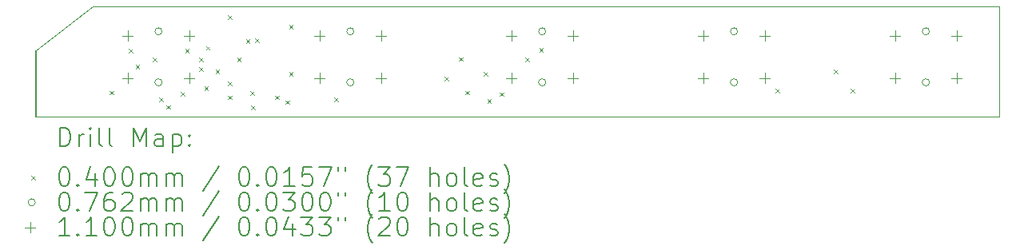
<source format=gbr>
%TF.GenerationSoftware,KiCad,Pcbnew,8.0.6*%
%TF.CreationDate,2024-11-22T01:36:29-05:00*%
%TF.ProjectId,DDI-parent,4444492d-7061-4726-956e-742e6b696361,rev?*%
%TF.SameCoordinates,Original*%
%TF.FileFunction,Drillmap*%
%TF.FilePolarity,Positive*%
%FSLAX45Y45*%
G04 Gerber Fmt 4.5, Leading zero omitted, Abs format (unit mm)*
G04 Created by KiCad (PCBNEW 8.0.6) date 2024-11-22 01:36:29*
%MOMM*%
%LPD*%
G01*
G04 APERTURE LIST*
%ADD10C,0.100000*%
%ADD11C,0.150000*%
%ADD12C,0.200000*%
%ADD13C,0.110000*%
G04 APERTURE END LIST*
D10*
X25611075Y20633655D02*
X15411075Y20633655D01*
X16011075Y21800000D02*
X15411075Y21333655D01*
X25611075Y21800000D02*
X25611075Y20633655D01*
D11*
X15411075Y20633655D02*
X15411075Y21333655D01*
D10*
X16011075Y21800000D02*
X25611075Y21800000D01*
D12*
D10*
X16191075Y20905433D02*
X16231075Y20865433D01*
X16231075Y20905433D02*
X16191075Y20865433D01*
X16391317Y21352308D02*
X16431317Y21312308D01*
X16431317Y21352308D02*
X16391317Y21312308D01*
X16465331Y21182837D02*
X16505331Y21142837D01*
X16505331Y21182837D02*
X16465331Y21142837D01*
X16646575Y21253655D02*
X16686575Y21213655D01*
X16686575Y21253655D02*
X16646575Y21213655D01*
X16718575Y20833592D02*
X16758575Y20793592D01*
X16758575Y20833592D02*
X16718575Y20793592D01*
X16791075Y20753655D02*
X16831075Y20713655D01*
X16831075Y20753655D02*
X16791075Y20713655D01*
X16945772Y20889977D02*
X16985772Y20849977D01*
X16985772Y20889977D02*
X16945772Y20849977D01*
X16990751Y21351355D02*
X17030751Y21311355D01*
X17030751Y21351355D02*
X16990751Y21311355D01*
X17141067Y21254394D02*
X17181067Y21214394D01*
X17181067Y21254394D02*
X17141067Y21214394D01*
X17142090Y21154399D02*
X17182090Y21114399D01*
X17182090Y21154399D02*
X17142090Y21114399D01*
X17193954Y20950776D02*
X17233954Y20910776D01*
X17233954Y20950776D02*
X17193954Y20910776D01*
X17211712Y21380487D02*
X17251712Y21340487D01*
X17251712Y21380487D02*
X17211712Y21340487D01*
X17312782Y21131948D02*
X17352782Y21091948D01*
X17352782Y21131948D02*
X17312782Y21091948D01*
X17441075Y21703655D02*
X17481075Y21663655D01*
X17481075Y21703655D02*
X17441075Y21663655D01*
X17441075Y21003655D02*
X17481075Y20963655D01*
X17481075Y21003655D02*
X17441075Y20963655D01*
X17441075Y20853655D02*
X17481075Y20813655D01*
X17481075Y20853655D02*
X17441075Y20813655D01*
X17541075Y21258167D02*
X17581075Y21218167D01*
X17581075Y21258167D02*
X17541075Y21218167D01*
X17634696Y21452068D02*
X17674696Y21412068D01*
X17674696Y21452068D02*
X17634696Y21412068D01*
X17683575Y20903655D02*
X17723575Y20863655D01*
X17723575Y20903655D02*
X17683575Y20863655D01*
X17691075Y20749455D02*
X17731075Y20709455D01*
X17731075Y20749455D02*
X17691075Y20709455D01*
X17734350Y21460380D02*
X17774350Y21420380D01*
X17774350Y21460380D02*
X17734350Y21420380D01*
X17941075Y20853655D02*
X17981075Y20813655D01*
X17981075Y20853655D02*
X17941075Y20813655D01*
X18051075Y20803655D02*
X18091075Y20763655D01*
X18091075Y20803655D02*
X18051075Y20763655D01*
X18091075Y21606155D02*
X18131075Y21566155D01*
X18131075Y21606155D02*
X18091075Y21566155D01*
X18091075Y21103655D02*
X18131075Y21063655D01*
X18131075Y21103655D02*
X18091075Y21063655D01*
X18569144Y20831724D02*
X18609144Y20791724D01*
X18609144Y20831724D02*
X18569144Y20791724D01*
X19741075Y21053655D02*
X19781075Y21013655D01*
X19781075Y21053655D02*
X19741075Y21013655D01*
X19891075Y21260662D02*
X19931075Y21220662D01*
X19931075Y21260662D02*
X19891075Y21220662D01*
X19960352Y20904525D02*
X20000352Y20864525D01*
X20000352Y20904525D02*
X19960352Y20864525D01*
X20151075Y21103655D02*
X20191075Y21063655D01*
X20191075Y21103655D02*
X20151075Y21063655D01*
X20191075Y20814525D02*
X20231075Y20774525D01*
X20231075Y20814525D02*
X20191075Y20774525D01*
X20322816Y20887845D02*
X20362816Y20847845D01*
X20362816Y20887845D02*
X20322816Y20847845D01*
X20591075Y21253655D02*
X20631075Y21213655D01*
X20631075Y21253655D02*
X20591075Y21213655D01*
X20741075Y21359792D02*
X20781075Y21319792D01*
X20781075Y21359792D02*
X20741075Y21319792D01*
X23241075Y20926155D02*
X23281075Y20886155D01*
X23281075Y20926155D02*
X23241075Y20886155D01*
X23859364Y21126708D02*
X23899364Y21086708D01*
X23899364Y21126708D02*
X23859364Y21086708D01*
X24038001Y20926155D02*
X24078001Y20886155D01*
X24078001Y20926155D02*
X24038001Y20886155D01*
X16746157Y21534792D02*
G75*
G02*
X16669957Y21534792I-38100J0D01*
G01*
X16669957Y21534792D02*
G75*
G02*
X16746157Y21534792I38100J0D01*
G01*
X16746157Y20994792D02*
G75*
G02*
X16669957Y20994792I-38100J0D01*
G01*
X16669957Y20994792D02*
G75*
G02*
X16746157Y20994792I38100J0D01*
G01*
X18778157Y21534792D02*
G75*
G02*
X18701957Y21534792I-38100J0D01*
G01*
X18701957Y21534792D02*
G75*
G02*
X18778157Y21534792I38100J0D01*
G01*
X18778157Y20994792D02*
G75*
G02*
X18701957Y20994792I-38100J0D01*
G01*
X18701957Y20994792D02*
G75*
G02*
X18778157Y20994792I38100J0D01*
G01*
X20810157Y21534792D02*
G75*
G02*
X20733957Y21534792I-38100J0D01*
G01*
X20733957Y21534792D02*
G75*
G02*
X20810157Y21534792I38100J0D01*
G01*
X20810157Y20994792D02*
G75*
G02*
X20733957Y20994792I-38100J0D01*
G01*
X20733957Y20994792D02*
G75*
G02*
X20810157Y20994792I38100J0D01*
G01*
X22842157Y21534792D02*
G75*
G02*
X22765957Y21534792I-38100J0D01*
G01*
X22765957Y21534792D02*
G75*
G02*
X22842157Y21534792I38100J0D01*
G01*
X22842157Y20994792D02*
G75*
G02*
X22765957Y20994792I-38100J0D01*
G01*
X22765957Y20994792D02*
G75*
G02*
X22842157Y20994792I38100J0D01*
G01*
X24874157Y21534792D02*
G75*
G02*
X24797957Y21534792I-38100J0D01*
G01*
X24797957Y21534792D02*
G75*
G02*
X24874157Y21534792I38100J0D01*
G01*
X24874157Y20994792D02*
G75*
G02*
X24797957Y20994792I-38100J0D01*
G01*
X24797957Y20994792D02*
G75*
G02*
X24874157Y20994792I38100J0D01*
G01*
D13*
X16383057Y21544792D02*
X16383057Y21434792D01*
X16328057Y21489792D02*
X16438057Y21489792D01*
X16383057Y21094792D02*
X16383057Y20984792D01*
X16328057Y21039792D02*
X16438057Y21039792D01*
X17033057Y21544792D02*
X17033057Y21434792D01*
X16978057Y21489792D02*
X17088057Y21489792D01*
X17033057Y21094792D02*
X17033057Y20984792D01*
X16978057Y21039792D02*
X17088057Y21039792D01*
X18415057Y21544792D02*
X18415057Y21434792D01*
X18360057Y21489792D02*
X18470057Y21489792D01*
X18415057Y21094792D02*
X18415057Y20984792D01*
X18360057Y21039792D02*
X18470057Y21039792D01*
X19065057Y21544792D02*
X19065057Y21434792D01*
X19010057Y21489792D02*
X19120057Y21489792D01*
X19065057Y21094792D02*
X19065057Y20984792D01*
X19010057Y21039792D02*
X19120057Y21039792D01*
X20447057Y21544792D02*
X20447057Y21434792D01*
X20392057Y21489792D02*
X20502057Y21489792D01*
X20447057Y21094792D02*
X20447057Y20984792D01*
X20392057Y21039792D02*
X20502057Y21039792D01*
X21097057Y21544792D02*
X21097057Y21434792D01*
X21042057Y21489792D02*
X21152057Y21489792D01*
X21097057Y21094792D02*
X21097057Y20984792D01*
X21042057Y21039792D02*
X21152057Y21039792D01*
X22479057Y21544792D02*
X22479057Y21434792D01*
X22424057Y21489792D02*
X22534057Y21489792D01*
X22479057Y21094792D02*
X22479057Y20984792D01*
X22424057Y21039792D02*
X22534057Y21039792D01*
X23129057Y21544792D02*
X23129057Y21434792D01*
X23074057Y21489792D02*
X23184057Y21489792D01*
X23129057Y21094792D02*
X23129057Y20984792D01*
X23074057Y21039792D02*
X23184057Y21039792D01*
X24511057Y21544792D02*
X24511057Y21434792D01*
X24456057Y21489792D02*
X24566057Y21489792D01*
X24511057Y21094792D02*
X24511057Y20984792D01*
X24456057Y21039792D02*
X24566057Y21039792D01*
X25161057Y21544792D02*
X25161057Y21434792D01*
X25106057Y21489792D02*
X25216057Y21489792D01*
X25161057Y21094792D02*
X25161057Y20984792D01*
X25106057Y21039792D02*
X25216057Y21039792D01*
D12*
X15664352Y20314671D02*
X15664352Y20514671D01*
X15664352Y20514671D02*
X15711971Y20514671D01*
X15711971Y20514671D02*
X15740542Y20505147D01*
X15740542Y20505147D02*
X15759590Y20486100D01*
X15759590Y20486100D02*
X15769114Y20467052D01*
X15769114Y20467052D02*
X15778637Y20428957D01*
X15778637Y20428957D02*
X15778637Y20400385D01*
X15778637Y20400385D02*
X15769114Y20362290D01*
X15769114Y20362290D02*
X15759590Y20343243D01*
X15759590Y20343243D02*
X15740542Y20324195D01*
X15740542Y20324195D02*
X15711971Y20314671D01*
X15711971Y20314671D02*
X15664352Y20314671D01*
X15864352Y20314671D02*
X15864352Y20448004D01*
X15864352Y20409909D02*
X15873875Y20428957D01*
X15873875Y20428957D02*
X15883399Y20438481D01*
X15883399Y20438481D02*
X15902447Y20448004D01*
X15902447Y20448004D02*
X15921495Y20448004D01*
X15988161Y20314671D02*
X15988161Y20448004D01*
X15988161Y20514671D02*
X15978637Y20505147D01*
X15978637Y20505147D02*
X15988161Y20495623D01*
X15988161Y20495623D02*
X15997685Y20505147D01*
X15997685Y20505147D02*
X15988161Y20514671D01*
X15988161Y20514671D02*
X15988161Y20495623D01*
X16111971Y20314671D02*
X16092923Y20324195D01*
X16092923Y20324195D02*
X16083399Y20343243D01*
X16083399Y20343243D02*
X16083399Y20514671D01*
X16216733Y20314671D02*
X16197685Y20324195D01*
X16197685Y20324195D02*
X16188161Y20343243D01*
X16188161Y20343243D02*
X16188161Y20514671D01*
X16445304Y20314671D02*
X16445304Y20514671D01*
X16445304Y20514671D02*
X16511971Y20371814D01*
X16511971Y20371814D02*
X16578637Y20514671D01*
X16578637Y20514671D02*
X16578637Y20314671D01*
X16759590Y20314671D02*
X16759590Y20419433D01*
X16759590Y20419433D02*
X16750066Y20438481D01*
X16750066Y20438481D02*
X16731018Y20448004D01*
X16731018Y20448004D02*
X16692923Y20448004D01*
X16692923Y20448004D02*
X16673875Y20438481D01*
X16759590Y20324195D02*
X16740542Y20314671D01*
X16740542Y20314671D02*
X16692923Y20314671D01*
X16692923Y20314671D02*
X16673875Y20324195D01*
X16673875Y20324195D02*
X16664352Y20343243D01*
X16664352Y20343243D02*
X16664352Y20362290D01*
X16664352Y20362290D02*
X16673875Y20381338D01*
X16673875Y20381338D02*
X16692923Y20390862D01*
X16692923Y20390862D02*
X16740542Y20390862D01*
X16740542Y20390862D02*
X16759590Y20400385D01*
X16854828Y20448004D02*
X16854828Y20248004D01*
X16854828Y20438481D02*
X16873876Y20448004D01*
X16873876Y20448004D02*
X16911971Y20448004D01*
X16911971Y20448004D02*
X16931018Y20438481D01*
X16931018Y20438481D02*
X16940542Y20428957D01*
X16940542Y20428957D02*
X16950066Y20409909D01*
X16950066Y20409909D02*
X16950066Y20352766D01*
X16950066Y20352766D02*
X16940542Y20333719D01*
X16940542Y20333719D02*
X16931018Y20324195D01*
X16931018Y20324195D02*
X16911971Y20314671D01*
X16911971Y20314671D02*
X16873876Y20314671D01*
X16873876Y20314671D02*
X16854828Y20324195D01*
X17035780Y20333719D02*
X17045304Y20324195D01*
X17045304Y20324195D02*
X17035780Y20314671D01*
X17035780Y20314671D02*
X17026257Y20324195D01*
X17026257Y20324195D02*
X17035780Y20333719D01*
X17035780Y20333719D02*
X17035780Y20314671D01*
X17035780Y20438481D02*
X17045304Y20428957D01*
X17045304Y20428957D02*
X17035780Y20419433D01*
X17035780Y20419433D02*
X17026257Y20428957D01*
X17026257Y20428957D02*
X17035780Y20438481D01*
X17035780Y20438481D02*
X17035780Y20419433D01*
D10*
X15363575Y20006155D02*
X15403575Y19966155D01*
X15403575Y20006155D02*
X15363575Y19966155D01*
D12*
X15702447Y20094671D02*
X15721495Y20094671D01*
X15721495Y20094671D02*
X15740542Y20085147D01*
X15740542Y20085147D02*
X15750066Y20075623D01*
X15750066Y20075623D02*
X15759590Y20056576D01*
X15759590Y20056576D02*
X15769114Y20018481D01*
X15769114Y20018481D02*
X15769114Y19970862D01*
X15769114Y19970862D02*
X15759590Y19932766D01*
X15759590Y19932766D02*
X15750066Y19913719D01*
X15750066Y19913719D02*
X15740542Y19904195D01*
X15740542Y19904195D02*
X15721495Y19894671D01*
X15721495Y19894671D02*
X15702447Y19894671D01*
X15702447Y19894671D02*
X15683399Y19904195D01*
X15683399Y19904195D02*
X15673875Y19913719D01*
X15673875Y19913719D02*
X15664352Y19932766D01*
X15664352Y19932766D02*
X15654828Y19970862D01*
X15654828Y19970862D02*
X15654828Y20018481D01*
X15654828Y20018481D02*
X15664352Y20056576D01*
X15664352Y20056576D02*
X15673875Y20075623D01*
X15673875Y20075623D02*
X15683399Y20085147D01*
X15683399Y20085147D02*
X15702447Y20094671D01*
X15854828Y19913719D02*
X15864352Y19904195D01*
X15864352Y19904195D02*
X15854828Y19894671D01*
X15854828Y19894671D02*
X15845304Y19904195D01*
X15845304Y19904195D02*
X15854828Y19913719D01*
X15854828Y19913719D02*
X15854828Y19894671D01*
X16035780Y20028004D02*
X16035780Y19894671D01*
X15988161Y20104195D02*
X15940542Y19961338D01*
X15940542Y19961338D02*
X16064352Y19961338D01*
X16178637Y20094671D02*
X16197685Y20094671D01*
X16197685Y20094671D02*
X16216733Y20085147D01*
X16216733Y20085147D02*
X16226256Y20075623D01*
X16226256Y20075623D02*
X16235780Y20056576D01*
X16235780Y20056576D02*
X16245304Y20018481D01*
X16245304Y20018481D02*
X16245304Y19970862D01*
X16245304Y19970862D02*
X16235780Y19932766D01*
X16235780Y19932766D02*
X16226256Y19913719D01*
X16226256Y19913719D02*
X16216733Y19904195D01*
X16216733Y19904195D02*
X16197685Y19894671D01*
X16197685Y19894671D02*
X16178637Y19894671D01*
X16178637Y19894671D02*
X16159590Y19904195D01*
X16159590Y19904195D02*
X16150066Y19913719D01*
X16150066Y19913719D02*
X16140542Y19932766D01*
X16140542Y19932766D02*
X16131018Y19970862D01*
X16131018Y19970862D02*
X16131018Y20018481D01*
X16131018Y20018481D02*
X16140542Y20056576D01*
X16140542Y20056576D02*
X16150066Y20075623D01*
X16150066Y20075623D02*
X16159590Y20085147D01*
X16159590Y20085147D02*
X16178637Y20094671D01*
X16369114Y20094671D02*
X16388161Y20094671D01*
X16388161Y20094671D02*
X16407209Y20085147D01*
X16407209Y20085147D02*
X16416733Y20075623D01*
X16416733Y20075623D02*
X16426256Y20056576D01*
X16426256Y20056576D02*
X16435780Y20018481D01*
X16435780Y20018481D02*
X16435780Y19970862D01*
X16435780Y19970862D02*
X16426256Y19932766D01*
X16426256Y19932766D02*
X16416733Y19913719D01*
X16416733Y19913719D02*
X16407209Y19904195D01*
X16407209Y19904195D02*
X16388161Y19894671D01*
X16388161Y19894671D02*
X16369114Y19894671D01*
X16369114Y19894671D02*
X16350066Y19904195D01*
X16350066Y19904195D02*
X16340542Y19913719D01*
X16340542Y19913719D02*
X16331018Y19932766D01*
X16331018Y19932766D02*
X16321495Y19970862D01*
X16321495Y19970862D02*
X16321495Y20018481D01*
X16321495Y20018481D02*
X16331018Y20056576D01*
X16331018Y20056576D02*
X16340542Y20075623D01*
X16340542Y20075623D02*
X16350066Y20085147D01*
X16350066Y20085147D02*
X16369114Y20094671D01*
X16521495Y19894671D02*
X16521495Y20028004D01*
X16521495Y20008957D02*
X16531018Y20018481D01*
X16531018Y20018481D02*
X16550066Y20028004D01*
X16550066Y20028004D02*
X16578637Y20028004D01*
X16578637Y20028004D02*
X16597685Y20018481D01*
X16597685Y20018481D02*
X16607209Y19999433D01*
X16607209Y19999433D02*
X16607209Y19894671D01*
X16607209Y19999433D02*
X16616733Y20018481D01*
X16616733Y20018481D02*
X16635780Y20028004D01*
X16635780Y20028004D02*
X16664352Y20028004D01*
X16664352Y20028004D02*
X16683399Y20018481D01*
X16683399Y20018481D02*
X16692923Y19999433D01*
X16692923Y19999433D02*
X16692923Y19894671D01*
X16788161Y19894671D02*
X16788161Y20028004D01*
X16788161Y20008957D02*
X16797685Y20018481D01*
X16797685Y20018481D02*
X16816733Y20028004D01*
X16816733Y20028004D02*
X16845304Y20028004D01*
X16845304Y20028004D02*
X16864352Y20018481D01*
X16864352Y20018481D02*
X16873876Y19999433D01*
X16873876Y19999433D02*
X16873876Y19894671D01*
X16873876Y19999433D02*
X16883399Y20018481D01*
X16883399Y20018481D02*
X16902447Y20028004D01*
X16902447Y20028004D02*
X16931018Y20028004D01*
X16931018Y20028004D02*
X16950066Y20018481D01*
X16950066Y20018481D02*
X16959590Y19999433D01*
X16959590Y19999433D02*
X16959590Y19894671D01*
X17350066Y20104195D02*
X17178638Y19847052D01*
X17607209Y20094671D02*
X17626257Y20094671D01*
X17626257Y20094671D02*
X17645304Y20085147D01*
X17645304Y20085147D02*
X17654828Y20075623D01*
X17654828Y20075623D02*
X17664352Y20056576D01*
X17664352Y20056576D02*
X17673876Y20018481D01*
X17673876Y20018481D02*
X17673876Y19970862D01*
X17673876Y19970862D02*
X17664352Y19932766D01*
X17664352Y19932766D02*
X17654828Y19913719D01*
X17654828Y19913719D02*
X17645304Y19904195D01*
X17645304Y19904195D02*
X17626257Y19894671D01*
X17626257Y19894671D02*
X17607209Y19894671D01*
X17607209Y19894671D02*
X17588161Y19904195D01*
X17588161Y19904195D02*
X17578638Y19913719D01*
X17578638Y19913719D02*
X17569114Y19932766D01*
X17569114Y19932766D02*
X17559590Y19970862D01*
X17559590Y19970862D02*
X17559590Y20018481D01*
X17559590Y20018481D02*
X17569114Y20056576D01*
X17569114Y20056576D02*
X17578638Y20075623D01*
X17578638Y20075623D02*
X17588161Y20085147D01*
X17588161Y20085147D02*
X17607209Y20094671D01*
X17759590Y19913719D02*
X17769114Y19904195D01*
X17769114Y19904195D02*
X17759590Y19894671D01*
X17759590Y19894671D02*
X17750066Y19904195D01*
X17750066Y19904195D02*
X17759590Y19913719D01*
X17759590Y19913719D02*
X17759590Y19894671D01*
X17892923Y20094671D02*
X17911971Y20094671D01*
X17911971Y20094671D02*
X17931019Y20085147D01*
X17931019Y20085147D02*
X17940542Y20075623D01*
X17940542Y20075623D02*
X17950066Y20056576D01*
X17950066Y20056576D02*
X17959590Y20018481D01*
X17959590Y20018481D02*
X17959590Y19970862D01*
X17959590Y19970862D02*
X17950066Y19932766D01*
X17950066Y19932766D02*
X17940542Y19913719D01*
X17940542Y19913719D02*
X17931019Y19904195D01*
X17931019Y19904195D02*
X17911971Y19894671D01*
X17911971Y19894671D02*
X17892923Y19894671D01*
X17892923Y19894671D02*
X17873876Y19904195D01*
X17873876Y19904195D02*
X17864352Y19913719D01*
X17864352Y19913719D02*
X17854828Y19932766D01*
X17854828Y19932766D02*
X17845304Y19970862D01*
X17845304Y19970862D02*
X17845304Y20018481D01*
X17845304Y20018481D02*
X17854828Y20056576D01*
X17854828Y20056576D02*
X17864352Y20075623D01*
X17864352Y20075623D02*
X17873876Y20085147D01*
X17873876Y20085147D02*
X17892923Y20094671D01*
X18150066Y19894671D02*
X18035781Y19894671D01*
X18092923Y19894671D02*
X18092923Y20094671D01*
X18092923Y20094671D02*
X18073876Y20066100D01*
X18073876Y20066100D02*
X18054828Y20047052D01*
X18054828Y20047052D02*
X18035781Y20037528D01*
X18331019Y20094671D02*
X18235781Y20094671D01*
X18235781Y20094671D02*
X18226257Y19999433D01*
X18226257Y19999433D02*
X18235781Y20008957D01*
X18235781Y20008957D02*
X18254828Y20018481D01*
X18254828Y20018481D02*
X18302447Y20018481D01*
X18302447Y20018481D02*
X18321495Y20008957D01*
X18321495Y20008957D02*
X18331019Y19999433D01*
X18331019Y19999433D02*
X18340542Y19980385D01*
X18340542Y19980385D02*
X18340542Y19932766D01*
X18340542Y19932766D02*
X18331019Y19913719D01*
X18331019Y19913719D02*
X18321495Y19904195D01*
X18321495Y19904195D02*
X18302447Y19894671D01*
X18302447Y19894671D02*
X18254828Y19894671D01*
X18254828Y19894671D02*
X18235781Y19904195D01*
X18235781Y19904195D02*
X18226257Y19913719D01*
X18407209Y20094671D02*
X18540542Y20094671D01*
X18540542Y20094671D02*
X18454828Y19894671D01*
X18607209Y20094671D02*
X18607209Y20056576D01*
X18683400Y20094671D02*
X18683400Y20056576D01*
X18978638Y19818481D02*
X18969114Y19828004D01*
X18969114Y19828004D02*
X18950066Y19856576D01*
X18950066Y19856576D02*
X18940543Y19875623D01*
X18940543Y19875623D02*
X18931019Y19904195D01*
X18931019Y19904195D02*
X18921495Y19951814D01*
X18921495Y19951814D02*
X18921495Y19989909D01*
X18921495Y19989909D02*
X18931019Y20037528D01*
X18931019Y20037528D02*
X18940543Y20066100D01*
X18940543Y20066100D02*
X18950066Y20085147D01*
X18950066Y20085147D02*
X18969114Y20113719D01*
X18969114Y20113719D02*
X18978638Y20123243D01*
X19035781Y20094671D02*
X19159590Y20094671D01*
X19159590Y20094671D02*
X19092923Y20018481D01*
X19092923Y20018481D02*
X19121495Y20018481D01*
X19121495Y20018481D02*
X19140543Y20008957D01*
X19140543Y20008957D02*
X19150066Y19999433D01*
X19150066Y19999433D02*
X19159590Y19980385D01*
X19159590Y19980385D02*
X19159590Y19932766D01*
X19159590Y19932766D02*
X19150066Y19913719D01*
X19150066Y19913719D02*
X19140543Y19904195D01*
X19140543Y19904195D02*
X19121495Y19894671D01*
X19121495Y19894671D02*
X19064352Y19894671D01*
X19064352Y19894671D02*
X19045304Y19904195D01*
X19045304Y19904195D02*
X19035781Y19913719D01*
X19226257Y20094671D02*
X19359590Y20094671D01*
X19359590Y20094671D02*
X19273876Y19894671D01*
X19588162Y19894671D02*
X19588162Y20094671D01*
X19673876Y19894671D02*
X19673876Y19999433D01*
X19673876Y19999433D02*
X19664352Y20018481D01*
X19664352Y20018481D02*
X19645305Y20028004D01*
X19645305Y20028004D02*
X19616733Y20028004D01*
X19616733Y20028004D02*
X19597685Y20018481D01*
X19597685Y20018481D02*
X19588162Y20008957D01*
X19797685Y19894671D02*
X19778638Y19904195D01*
X19778638Y19904195D02*
X19769114Y19913719D01*
X19769114Y19913719D02*
X19759590Y19932766D01*
X19759590Y19932766D02*
X19759590Y19989909D01*
X19759590Y19989909D02*
X19769114Y20008957D01*
X19769114Y20008957D02*
X19778638Y20018481D01*
X19778638Y20018481D02*
X19797685Y20028004D01*
X19797685Y20028004D02*
X19826257Y20028004D01*
X19826257Y20028004D02*
X19845305Y20018481D01*
X19845305Y20018481D02*
X19854828Y20008957D01*
X19854828Y20008957D02*
X19864352Y19989909D01*
X19864352Y19989909D02*
X19864352Y19932766D01*
X19864352Y19932766D02*
X19854828Y19913719D01*
X19854828Y19913719D02*
X19845305Y19904195D01*
X19845305Y19904195D02*
X19826257Y19894671D01*
X19826257Y19894671D02*
X19797685Y19894671D01*
X19978638Y19894671D02*
X19959590Y19904195D01*
X19959590Y19904195D02*
X19950066Y19923243D01*
X19950066Y19923243D02*
X19950066Y20094671D01*
X20131019Y19904195D02*
X20111971Y19894671D01*
X20111971Y19894671D02*
X20073876Y19894671D01*
X20073876Y19894671D02*
X20054828Y19904195D01*
X20054828Y19904195D02*
X20045305Y19923243D01*
X20045305Y19923243D02*
X20045305Y19999433D01*
X20045305Y19999433D02*
X20054828Y20018481D01*
X20054828Y20018481D02*
X20073876Y20028004D01*
X20073876Y20028004D02*
X20111971Y20028004D01*
X20111971Y20028004D02*
X20131019Y20018481D01*
X20131019Y20018481D02*
X20140543Y19999433D01*
X20140543Y19999433D02*
X20140543Y19980385D01*
X20140543Y19980385D02*
X20045305Y19961338D01*
X20216733Y19904195D02*
X20235781Y19894671D01*
X20235781Y19894671D02*
X20273876Y19894671D01*
X20273876Y19894671D02*
X20292924Y19904195D01*
X20292924Y19904195D02*
X20302447Y19923243D01*
X20302447Y19923243D02*
X20302447Y19932766D01*
X20302447Y19932766D02*
X20292924Y19951814D01*
X20292924Y19951814D02*
X20273876Y19961338D01*
X20273876Y19961338D02*
X20245305Y19961338D01*
X20245305Y19961338D02*
X20226257Y19970862D01*
X20226257Y19970862D02*
X20216733Y19989909D01*
X20216733Y19989909D02*
X20216733Y19999433D01*
X20216733Y19999433D02*
X20226257Y20018481D01*
X20226257Y20018481D02*
X20245305Y20028004D01*
X20245305Y20028004D02*
X20273876Y20028004D01*
X20273876Y20028004D02*
X20292924Y20018481D01*
X20369114Y19818481D02*
X20378638Y19828004D01*
X20378638Y19828004D02*
X20397686Y19856576D01*
X20397686Y19856576D02*
X20407209Y19875623D01*
X20407209Y19875623D02*
X20416733Y19904195D01*
X20416733Y19904195D02*
X20426257Y19951814D01*
X20426257Y19951814D02*
X20426257Y19989909D01*
X20426257Y19989909D02*
X20416733Y20037528D01*
X20416733Y20037528D02*
X20407209Y20066100D01*
X20407209Y20066100D02*
X20397686Y20085147D01*
X20397686Y20085147D02*
X20378638Y20113719D01*
X20378638Y20113719D02*
X20369114Y20123243D01*
D10*
X15403575Y19722155D02*
G75*
G02*
X15327375Y19722155I-38100J0D01*
G01*
X15327375Y19722155D02*
G75*
G02*
X15403575Y19722155I38100J0D01*
G01*
D12*
X15702447Y19830671D02*
X15721495Y19830671D01*
X15721495Y19830671D02*
X15740542Y19821147D01*
X15740542Y19821147D02*
X15750066Y19811623D01*
X15750066Y19811623D02*
X15759590Y19792576D01*
X15759590Y19792576D02*
X15769114Y19754481D01*
X15769114Y19754481D02*
X15769114Y19706862D01*
X15769114Y19706862D02*
X15759590Y19668766D01*
X15759590Y19668766D02*
X15750066Y19649719D01*
X15750066Y19649719D02*
X15740542Y19640195D01*
X15740542Y19640195D02*
X15721495Y19630671D01*
X15721495Y19630671D02*
X15702447Y19630671D01*
X15702447Y19630671D02*
X15683399Y19640195D01*
X15683399Y19640195D02*
X15673875Y19649719D01*
X15673875Y19649719D02*
X15664352Y19668766D01*
X15664352Y19668766D02*
X15654828Y19706862D01*
X15654828Y19706862D02*
X15654828Y19754481D01*
X15654828Y19754481D02*
X15664352Y19792576D01*
X15664352Y19792576D02*
X15673875Y19811623D01*
X15673875Y19811623D02*
X15683399Y19821147D01*
X15683399Y19821147D02*
X15702447Y19830671D01*
X15854828Y19649719D02*
X15864352Y19640195D01*
X15864352Y19640195D02*
X15854828Y19630671D01*
X15854828Y19630671D02*
X15845304Y19640195D01*
X15845304Y19640195D02*
X15854828Y19649719D01*
X15854828Y19649719D02*
X15854828Y19630671D01*
X15931018Y19830671D02*
X16064352Y19830671D01*
X16064352Y19830671D02*
X15978637Y19630671D01*
X16226256Y19830671D02*
X16188161Y19830671D01*
X16188161Y19830671D02*
X16169114Y19821147D01*
X16169114Y19821147D02*
X16159590Y19811623D01*
X16159590Y19811623D02*
X16140542Y19783052D01*
X16140542Y19783052D02*
X16131018Y19744957D01*
X16131018Y19744957D02*
X16131018Y19668766D01*
X16131018Y19668766D02*
X16140542Y19649719D01*
X16140542Y19649719D02*
X16150066Y19640195D01*
X16150066Y19640195D02*
X16169114Y19630671D01*
X16169114Y19630671D02*
X16207209Y19630671D01*
X16207209Y19630671D02*
X16226256Y19640195D01*
X16226256Y19640195D02*
X16235780Y19649719D01*
X16235780Y19649719D02*
X16245304Y19668766D01*
X16245304Y19668766D02*
X16245304Y19716385D01*
X16245304Y19716385D02*
X16235780Y19735433D01*
X16235780Y19735433D02*
X16226256Y19744957D01*
X16226256Y19744957D02*
X16207209Y19754481D01*
X16207209Y19754481D02*
X16169114Y19754481D01*
X16169114Y19754481D02*
X16150066Y19744957D01*
X16150066Y19744957D02*
X16140542Y19735433D01*
X16140542Y19735433D02*
X16131018Y19716385D01*
X16321495Y19811623D02*
X16331018Y19821147D01*
X16331018Y19821147D02*
X16350066Y19830671D01*
X16350066Y19830671D02*
X16397685Y19830671D01*
X16397685Y19830671D02*
X16416733Y19821147D01*
X16416733Y19821147D02*
X16426256Y19811623D01*
X16426256Y19811623D02*
X16435780Y19792576D01*
X16435780Y19792576D02*
X16435780Y19773528D01*
X16435780Y19773528D02*
X16426256Y19744957D01*
X16426256Y19744957D02*
X16311971Y19630671D01*
X16311971Y19630671D02*
X16435780Y19630671D01*
X16521495Y19630671D02*
X16521495Y19764004D01*
X16521495Y19744957D02*
X16531018Y19754481D01*
X16531018Y19754481D02*
X16550066Y19764004D01*
X16550066Y19764004D02*
X16578637Y19764004D01*
X16578637Y19764004D02*
X16597685Y19754481D01*
X16597685Y19754481D02*
X16607209Y19735433D01*
X16607209Y19735433D02*
X16607209Y19630671D01*
X16607209Y19735433D02*
X16616733Y19754481D01*
X16616733Y19754481D02*
X16635780Y19764004D01*
X16635780Y19764004D02*
X16664352Y19764004D01*
X16664352Y19764004D02*
X16683399Y19754481D01*
X16683399Y19754481D02*
X16692923Y19735433D01*
X16692923Y19735433D02*
X16692923Y19630671D01*
X16788161Y19630671D02*
X16788161Y19764004D01*
X16788161Y19744957D02*
X16797685Y19754481D01*
X16797685Y19754481D02*
X16816733Y19764004D01*
X16816733Y19764004D02*
X16845304Y19764004D01*
X16845304Y19764004D02*
X16864352Y19754481D01*
X16864352Y19754481D02*
X16873876Y19735433D01*
X16873876Y19735433D02*
X16873876Y19630671D01*
X16873876Y19735433D02*
X16883399Y19754481D01*
X16883399Y19754481D02*
X16902447Y19764004D01*
X16902447Y19764004D02*
X16931018Y19764004D01*
X16931018Y19764004D02*
X16950066Y19754481D01*
X16950066Y19754481D02*
X16959590Y19735433D01*
X16959590Y19735433D02*
X16959590Y19630671D01*
X17350066Y19840195D02*
X17178638Y19583052D01*
X17607209Y19830671D02*
X17626257Y19830671D01*
X17626257Y19830671D02*
X17645304Y19821147D01*
X17645304Y19821147D02*
X17654828Y19811623D01*
X17654828Y19811623D02*
X17664352Y19792576D01*
X17664352Y19792576D02*
X17673876Y19754481D01*
X17673876Y19754481D02*
X17673876Y19706862D01*
X17673876Y19706862D02*
X17664352Y19668766D01*
X17664352Y19668766D02*
X17654828Y19649719D01*
X17654828Y19649719D02*
X17645304Y19640195D01*
X17645304Y19640195D02*
X17626257Y19630671D01*
X17626257Y19630671D02*
X17607209Y19630671D01*
X17607209Y19630671D02*
X17588161Y19640195D01*
X17588161Y19640195D02*
X17578638Y19649719D01*
X17578638Y19649719D02*
X17569114Y19668766D01*
X17569114Y19668766D02*
X17559590Y19706862D01*
X17559590Y19706862D02*
X17559590Y19754481D01*
X17559590Y19754481D02*
X17569114Y19792576D01*
X17569114Y19792576D02*
X17578638Y19811623D01*
X17578638Y19811623D02*
X17588161Y19821147D01*
X17588161Y19821147D02*
X17607209Y19830671D01*
X17759590Y19649719D02*
X17769114Y19640195D01*
X17769114Y19640195D02*
X17759590Y19630671D01*
X17759590Y19630671D02*
X17750066Y19640195D01*
X17750066Y19640195D02*
X17759590Y19649719D01*
X17759590Y19649719D02*
X17759590Y19630671D01*
X17892923Y19830671D02*
X17911971Y19830671D01*
X17911971Y19830671D02*
X17931019Y19821147D01*
X17931019Y19821147D02*
X17940542Y19811623D01*
X17940542Y19811623D02*
X17950066Y19792576D01*
X17950066Y19792576D02*
X17959590Y19754481D01*
X17959590Y19754481D02*
X17959590Y19706862D01*
X17959590Y19706862D02*
X17950066Y19668766D01*
X17950066Y19668766D02*
X17940542Y19649719D01*
X17940542Y19649719D02*
X17931019Y19640195D01*
X17931019Y19640195D02*
X17911971Y19630671D01*
X17911971Y19630671D02*
X17892923Y19630671D01*
X17892923Y19630671D02*
X17873876Y19640195D01*
X17873876Y19640195D02*
X17864352Y19649719D01*
X17864352Y19649719D02*
X17854828Y19668766D01*
X17854828Y19668766D02*
X17845304Y19706862D01*
X17845304Y19706862D02*
X17845304Y19754481D01*
X17845304Y19754481D02*
X17854828Y19792576D01*
X17854828Y19792576D02*
X17864352Y19811623D01*
X17864352Y19811623D02*
X17873876Y19821147D01*
X17873876Y19821147D02*
X17892923Y19830671D01*
X18026257Y19830671D02*
X18150066Y19830671D01*
X18150066Y19830671D02*
X18083400Y19754481D01*
X18083400Y19754481D02*
X18111971Y19754481D01*
X18111971Y19754481D02*
X18131019Y19744957D01*
X18131019Y19744957D02*
X18140542Y19735433D01*
X18140542Y19735433D02*
X18150066Y19716385D01*
X18150066Y19716385D02*
X18150066Y19668766D01*
X18150066Y19668766D02*
X18140542Y19649719D01*
X18140542Y19649719D02*
X18131019Y19640195D01*
X18131019Y19640195D02*
X18111971Y19630671D01*
X18111971Y19630671D02*
X18054828Y19630671D01*
X18054828Y19630671D02*
X18035781Y19640195D01*
X18035781Y19640195D02*
X18026257Y19649719D01*
X18273876Y19830671D02*
X18292923Y19830671D01*
X18292923Y19830671D02*
X18311971Y19821147D01*
X18311971Y19821147D02*
X18321495Y19811623D01*
X18321495Y19811623D02*
X18331019Y19792576D01*
X18331019Y19792576D02*
X18340542Y19754481D01*
X18340542Y19754481D02*
X18340542Y19706862D01*
X18340542Y19706862D02*
X18331019Y19668766D01*
X18331019Y19668766D02*
X18321495Y19649719D01*
X18321495Y19649719D02*
X18311971Y19640195D01*
X18311971Y19640195D02*
X18292923Y19630671D01*
X18292923Y19630671D02*
X18273876Y19630671D01*
X18273876Y19630671D02*
X18254828Y19640195D01*
X18254828Y19640195D02*
X18245304Y19649719D01*
X18245304Y19649719D02*
X18235781Y19668766D01*
X18235781Y19668766D02*
X18226257Y19706862D01*
X18226257Y19706862D02*
X18226257Y19754481D01*
X18226257Y19754481D02*
X18235781Y19792576D01*
X18235781Y19792576D02*
X18245304Y19811623D01*
X18245304Y19811623D02*
X18254828Y19821147D01*
X18254828Y19821147D02*
X18273876Y19830671D01*
X18464352Y19830671D02*
X18483400Y19830671D01*
X18483400Y19830671D02*
X18502447Y19821147D01*
X18502447Y19821147D02*
X18511971Y19811623D01*
X18511971Y19811623D02*
X18521495Y19792576D01*
X18521495Y19792576D02*
X18531019Y19754481D01*
X18531019Y19754481D02*
X18531019Y19706862D01*
X18531019Y19706862D02*
X18521495Y19668766D01*
X18521495Y19668766D02*
X18511971Y19649719D01*
X18511971Y19649719D02*
X18502447Y19640195D01*
X18502447Y19640195D02*
X18483400Y19630671D01*
X18483400Y19630671D02*
X18464352Y19630671D01*
X18464352Y19630671D02*
X18445304Y19640195D01*
X18445304Y19640195D02*
X18435781Y19649719D01*
X18435781Y19649719D02*
X18426257Y19668766D01*
X18426257Y19668766D02*
X18416733Y19706862D01*
X18416733Y19706862D02*
X18416733Y19754481D01*
X18416733Y19754481D02*
X18426257Y19792576D01*
X18426257Y19792576D02*
X18435781Y19811623D01*
X18435781Y19811623D02*
X18445304Y19821147D01*
X18445304Y19821147D02*
X18464352Y19830671D01*
X18607209Y19830671D02*
X18607209Y19792576D01*
X18683400Y19830671D02*
X18683400Y19792576D01*
X18978638Y19554481D02*
X18969114Y19564004D01*
X18969114Y19564004D02*
X18950066Y19592576D01*
X18950066Y19592576D02*
X18940543Y19611623D01*
X18940543Y19611623D02*
X18931019Y19640195D01*
X18931019Y19640195D02*
X18921495Y19687814D01*
X18921495Y19687814D02*
X18921495Y19725909D01*
X18921495Y19725909D02*
X18931019Y19773528D01*
X18931019Y19773528D02*
X18940543Y19802100D01*
X18940543Y19802100D02*
X18950066Y19821147D01*
X18950066Y19821147D02*
X18969114Y19849719D01*
X18969114Y19849719D02*
X18978638Y19859243D01*
X19159590Y19630671D02*
X19045304Y19630671D01*
X19102447Y19630671D02*
X19102447Y19830671D01*
X19102447Y19830671D02*
X19083400Y19802100D01*
X19083400Y19802100D02*
X19064352Y19783052D01*
X19064352Y19783052D02*
X19045304Y19773528D01*
X19283400Y19830671D02*
X19302447Y19830671D01*
X19302447Y19830671D02*
X19321495Y19821147D01*
X19321495Y19821147D02*
X19331019Y19811623D01*
X19331019Y19811623D02*
X19340543Y19792576D01*
X19340543Y19792576D02*
X19350066Y19754481D01*
X19350066Y19754481D02*
X19350066Y19706862D01*
X19350066Y19706862D02*
X19340543Y19668766D01*
X19340543Y19668766D02*
X19331019Y19649719D01*
X19331019Y19649719D02*
X19321495Y19640195D01*
X19321495Y19640195D02*
X19302447Y19630671D01*
X19302447Y19630671D02*
X19283400Y19630671D01*
X19283400Y19630671D02*
X19264352Y19640195D01*
X19264352Y19640195D02*
X19254828Y19649719D01*
X19254828Y19649719D02*
X19245304Y19668766D01*
X19245304Y19668766D02*
X19235781Y19706862D01*
X19235781Y19706862D02*
X19235781Y19754481D01*
X19235781Y19754481D02*
X19245304Y19792576D01*
X19245304Y19792576D02*
X19254828Y19811623D01*
X19254828Y19811623D02*
X19264352Y19821147D01*
X19264352Y19821147D02*
X19283400Y19830671D01*
X19588162Y19630671D02*
X19588162Y19830671D01*
X19673876Y19630671D02*
X19673876Y19735433D01*
X19673876Y19735433D02*
X19664352Y19754481D01*
X19664352Y19754481D02*
X19645305Y19764004D01*
X19645305Y19764004D02*
X19616733Y19764004D01*
X19616733Y19764004D02*
X19597685Y19754481D01*
X19597685Y19754481D02*
X19588162Y19744957D01*
X19797685Y19630671D02*
X19778638Y19640195D01*
X19778638Y19640195D02*
X19769114Y19649719D01*
X19769114Y19649719D02*
X19759590Y19668766D01*
X19759590Y19668766D02*
X19759590Y19725909D01*
X19759590Y19725909D02*
X19769114Y19744957D01*
X19769114Y19744957D02*
X19778638Y19754481D01*
X19778638Y19754481D02*
X19797685Y19764004D01*
X19797685Y19764004D02*
X19826257Y19764004D01*
X19826257Y19764004D02*
X19845305Y19754481D01*
X19845305Y19754481D02*
X19854828Y19744957D01*
X19854828Y19744957D02*
X19864352Y19725909D01*
X19864352Y19725909D02*
X19864352Y19668766D01*
X19864352Y19668766D02*
X19854828Y19649719D01*
X19854828Y19649719D02*
X19845305Y19640195D01*
X19845305Y19640195D02*
X19826257Y19630671D01*
X19826257Y19630671D02*
X19797685Y19630671D01*
X19978638Y19630671D02*
X19959590Y19640195D01*
X19959590Y19640195D02*
X19950066Y19659243D01*
X19950066Y19659243D02*
X19950066Y19830671D01*
X20131019Y19640195D02*
X20111971Y19630671D01*
X20111971Y19630671D02*
X20073876Y19630671D01*
X20073876Y19630671D02*
X20054828Y19640195D01*
X20054828Y19640195D02*
X20045305Y19659243D01*
X20045305Y19659243D02*
X20045305Y19735433D01*
X20045305Y19735433D02*
X20054828Y19754481D01*
X20054828Y19754481D02*
X20073876Y19764004D01*
X20073876Y19764004D02*
X20111971Y19764004D01*
X20111971Y19764004D02*
X20131019Y19754481D01*
X20131019Y19754481D02*
X20140543Y19735433D01*
X20140543Y19735433D02*
X20140543Y19716385D01*
X20140543Y19716385D02*
X20045305Y19697338D01*
X20216733Y19640195D02*
X20235781Y19630671D01*
X20235781Y19630671D02*
X20273876Y19630671D01*
X20273876Y19630671D02*
X20292924Y19640195D01*
X20292924Y19640195D02*
X20302447Y19659243D01*
X20302447Y19659243D02*
X20302447Y19668766D01*
X20302447Y19668766D02*
X20292924Y19687814D01*
X20292924Y19687814D02*
X20273876Y19697338D01*
X20273876Y19697338D02*
X20245305Y19697338D01*
X20245305Y19697338D02*
X20226257Y19706862D01*
X20226257Y19706862D02*
X20216733Y19725909D01*
X20216733Y19725909D02*
X20216733Y19735433D01*
X20216733Y19735433D02*
X20226257Y19754481D01*
X20226257Y19754481D02*
X20245305Y19764004D01*
X20245305Y19764004D02*
X20273876Y19764004D01*
X20273876Y19764004D02*
X20292924Y19754481D01*
X20369114Y19554481D02*
X20378638Y19564004D01*
X20378638Y19564004D02*
X20397686Y19592576D01*
X20397686Y19592576D02*
X20407209Y19611623D01*
X20407209Y19611623D02*
X20416733Y19640195D01*
X20416733Y19640195D02*
X20426257Y19687814D01*
X20426257Y19687814D02*
X20426257Y19725909D01*
X20426257Y19725909D02*
X20416733Y19773528D01*
X20416733Y19773528D02*
X20407209Y19802100D01*
X20407209Y19802100D02*
X20397686Y19821147D01*
X20397686Y19821147D02*
X20378638Y19849719D01*
X20378638Y19849719D02*
X20369114Y19859243D01*
D13*
X15348575Y19513155D02*
X15348575Y19403155D01*
X15293575Y19458155D02*
X15403575Y19458155D01*
D12*
X15769114Y19366671D02*
X15654828Y19366671D01*
X15711971Y19366671D02*
X15711971Y19566671D01*
X15711971Y19566671D02*
X15692923Y19538100D01*
X15692923Y19538100D02*
X15673875Y19519052D01*
X15673875Y19519052D02*
X15654828Y19509528D01*
X15854828Y19385719D02*
X15864352Y19376195D01*
X15864352Y19376195D02*
X15854828Y19366671D01*
X15854828Y19366671D02*
X15845304Y19376195D01*
X15845304Y19376195D02*
X15854828Y19385719D01*
X15854828Y19385719D02*
X15854828Y19366671D01*
X16054828Y19366671D02*
X15940542Y19366671D01*
X15997685Y19366671D02*
X15997685Y19566671D01*
X15997685Y19566671D02*
X15978637Y19538100D01*
X15978637Y19538100D02*
X15959590Y19519052D01*
X15959590Y19519052D02*
X15940542Y19509528D01*
X16178637Y19566671D02*
X16197685Y19566671D01*
X16197685Y19566671D02*
X16216733Y19557147D01*
X16216733Y19557147D02*
X16226256Y19547623D01*
X16226256Y19547623D02*
X16235780Y19528576D01*
X16235780Y19528576D02*
X16245304Y19490481D01*
X16245304Y19490481D02*
X16245304Y19442862D01*
X16245304Y19442862D02*
X16235780Y19404766D01*
X16235780Y19404766D02*
X16226256Y19385719D01*
X16226256Y19385719D02*
X16216733Y19376195D01*
X16216733Y19376195D02*
X16197685Y19366671D01*
X16197685Y19366671D02*
X16178637Y19366671D01*
X16178637Y19366671D02*
X16159590Y19376195D01*
X16159590Y19376195D02*
X16150066Y19385719D01*
X16150066Y19385719D02*
X16140542Y19404766D01*
X16140542Y19404766D02*
X16131018Y19442862D01*
X16131018Y19442862D02*
X16131018Y19490481D01*
X16131018Y19490481D02*
X16140542Y19528576D01*
X16140542Y19528576D02*
X16150066Y19547623D01*
X16150066Y19547623D02*
X16159590Y19557147D01*
X16159590Y19557147D02*
X16178637Y19566671D01*
X16369114Y19566671D02*
X16388161Y19566671D01*
X16388161Y19566671D02*
X16407209Y19557147D01*
X16407209Y19557147D02*
X16416733Y19547623D01*
X16416733Y19547623D02*
X16426256Y19528576D01*
X16426256Y19528576D02*
X16435780Y19490481D01*
X16435780Y19490481D02*
X16435780Y19442862D01*
X16435780Y19442862D02*
X16426256Y19404766D01*
X16426256Y19404766D02*
X16416733Y19385719D01*
X16416733Y19385719D02*
X16407209Y19376195D01*
X16407209Y19376195D02*
X16388161Y19366671D01*
X16388161Y19366671D02*
X16369114Y19366671D01*
X16369114Y19366671D02*
X16350066Y19376195D01*
X16350066Y19376195D02*
X16340542Y19385719D01*
X16340542Y19385719D02*
X16331018Y19404766D01*
X16331018Y19404766D02*
X16321495Y19442862D01*
X16321495Y19442862D02*
X16321495Y19490481D01*
X16321495Y19490481D02*
X16331018Y19528576D01*
X16331018Y19528576D02*
X16340542Y19547623D01*
X16340542Y19547623D02*
X16350066Y19557147D01*
X16350066Y19557147D02*
X16369114Y19566671D01*
X16521495Y19366671D02*
X16521495Y19500004D01*
X16521495Y19480957D02*
X16531018Y19490481D01*
X16531018Y19490481D02*
X16550066Y19500004D01*
X16550066Y19500004D02*
X16578637Y19500004D01*
X16578637Y19500004D02*
X16597685Y19490481D01*
X16597685Y19490481D02*
X16607209Y19471433D01*
X16607209Y19471433D02*
X16607209Y19366671D01*
X16607209Y19471433D02*
X16616733Y19490481D01*
X16616733Y19490481D02*
X16635780Y19500004D01*
X16635780Y19500004D02*
X16664352Y19500004D01*
X16664352Y19500004D02*
X16683399Y19490481D01*
X16683399Y19490481D02*
X16692923Y19471433D01*
X16692923Y19471433D02*
X16692923Y19366671D01*
X16788161Y19366671D02*
X16788161Y19500004D01*
X16788161Y19480957D02*
X16797685Y19490481D01*
X16797685Y19490481D02*
X16816733Y19500004D01*
X16816733Y19500004D02*
X16845304Y19500004D01*
X16845304Y19500004D02*
X16864352Y19490481D01*
X16864352Y19490481D02*
X16873876Y19471433D01*
X16873876Y19471433D02*
X16873876Y19366671D01*
X16873876Y19471433D02*
X16883399Y19490481D01*
X16883399Y19490481D02*
X16902447Y19500004D01*
X16902447Y19500004D02*
X16931018Y19500004D01*
X16931018Y19500004D02*
X16950066Y19490481D01*
X16950066Y19490481D02*
X16959590Y19471433D01*
X16959590Y19471433D02*
X16959590Y19366671D01*
X17350066Y19576195D02*
X17178638Y19319052D01*
X17607209Y19566671D02*
X17626257Y19566671D01*
X17626257Y19566671D02*
X17645304Y19557147D01*
X17645304Y19557147D02*
X17654828Y19547623D01*
X17654828Y19547623D02*
X17664352Y19528576D01*
X17664352Y19528576D02*
X17673876Y19490481D01*
X17673876Y19490481D02*
X17673876Y19442862D01*
X17673876Y19442862D02*
X17664352Y19404766D01*
X17664352Y19404766D02*
X17654828Y19385719D01*
X17654828Y19385719D02*
X17645304Y19376195D01*
X17645304Y19376195D02*
X17626257Y19366671D01*
X17626257Y19366671D02*
X17607209Y19366671D01*
X17607209Y19366671D02*
X17588161Y19376195D01*
X17588161Y19376195D02*
X17578638Y19385719D01*
X17578638Y19385719D02*
X17569114Y19404766D01*
X17569114Y19404766D02*
X17559590Y19442862D01*
X17559590Y19442862D02*
X17559590Y19490481D01*
X17559590Y19490481D02*
X17569114Y19528576D01*
X17569114Y19528576D02*
X17578638Y19547623D01*
X17578638Y19547623D02*
X17588161Y19557147D01*
X17588161Y19557147D02*
X17607209Y19566671D01*
X17759590Y19385719D02*
X17769114Y19376195D01*
X17769114Y19376195D02*
X17759590Y19366671D01*
X17759590Y19366671D02*
X17750066Y19376195D01*
X17750066Y19376195D02*
X17759590Y19385719D01*
X17759590Y19385719D02*
X17759590Y19366671D01*
X17892923Y19566671D02*
X17911971Y19566671D01*
X17911971Y19566671D02*
X17931019Y19557147D01*
X17931019Y19557147D02*
X17940542Y19547623D01*
X17940542Y19547623D02*
X17950066Y19528576D01*
X17950066Y19528576D02*
X17959590Y19490481D01*
X17959590Y19490481D02*
X17959590Y19442862D01*
X17959590Y19442862D02*
X17950066Y19404766D01*
X17950066Y19404766D02*
X17940542Y19385719D01*
X17940542Y19385719D02*
X17931019Y19376195D01*
X17931019Y19376195D02*
X17911971Y19366671D01*
X17911971Y19366671D02*
X17892923Y19366671D01*
X17892923Y19366671D02*
X17873876Y19376195D01*
X17873876Y19376195D02*
X17864352Y19385719D01*
X17864352Y19385719D02*
X17854828Y19404766D01*
X17854828Y19404766D02*
X17845304Y19442862D01*
X17845304Y19442862D02*
X17845304Y19490481D01*
X17845304Y19490481D02*
X17854828Y19528576D01*
X17854828Y19528576D02*
X17864352Y19547623D01*
X17864352Y19547623D02*
X17873876Y19557147D01*
X17873876Y19557147D02*
X17892923Y19566671D01*
X18131019Y19500004D02*
X18131019Y19366671D01*
X18083400Y19576195D02*
X18035781Y19433338D01*
X18035781Y19433338D02*
X18159590Y19433338D01*
X18216733Y19566671D02*
X18340542Y19566671D01*
X18340542Y19566671D02*
X18273876Y19490481D01*
X18273876Y19490481D02*
X18302447Y19490481D01*
X18302447Y19490481D02*
X18321495Y19480957D01*
X18321495Y19480957D02*
X18331019Y19471433D01*
X18331019Y19471433D02*
X18340542Y19452385D01*
X18340542Y19452385D02*
X18340542Y19404766D01*
X18340542Y19404766D02*
X18331019Y19385719D01*
X18331019Y19385719D02*
X18321495Y19376195D01*
X18321495Y19376195D02*
X18302447Y19366671D01*
X18302447Y19366671D02*
X18245304Y19366671D01*
X18245304Y19366671D02*
X18226257Y19376195D01*
X18226257Y19376195D02*
X18216733Y19385719D01*
X18407209Y19566671D02*
X18531019Y19566671D01*
X18531019Y19566671D02*
X18464352Y19490481D01*
X18464352Y19490481D02*
X18492923Y19490481D01*
X18492923Y19490481D02*
X18511971Y19480957D01*
X18511971Y19480957D02*
X18521495Y19471433D01*
X18521495Y19471433D02*
X18531019Y19452385D01*
X18531019Y19452385D02*
X18531019Y19404766D01*
X18531019Y19404766D02*
X18521495Y19385719D01*
X18521495Y19385719D02*
X18511971Y19376195D01*
X18511971Y19376195D02*
X18492923Y19366671D01*
X18492923Y19366671D02*
X18435781Y19366671D01*
X18435781Y19366671D02*
X18416733Y19376195D01*
X18416733Y19376195D02*
X18407209Y19385719D01*
X18607209Y19566671D02*
X18607209Y19528576D01*
X18683400Y19566671D02*
X18683400Y19528576D01*
X18978638Y19290481D02*
X18969114Y19300004D01*
X18969114Y19300004D02*
X18950066Y19328576D01*
X18950066Y19328576D02*
X18940543Y19347623D01*
X18940543Y19347623D02*
X18931019Y19376195D01*
X18931019Y19376195D02*
X18921495Y19423814D01*
X18921495Y19423814D02*
X18921495Y19461909D01*
X18921495Y19461909D02*
X18931019Y19509528D01*
X18931019Y19509528D02*
X18940543Y19538100D01*
X18940543Y19538100D02*
X18950066Y19557147D01*
X18950066Y19557147D02*
X18969114Y19585719D01*
X18969114Y19585719D02*
X18978638Y19595243D01*
X19045304Y19547623D02*
X19054828Y19557147D01*
X19054828Y19557147D02*
X19073876Y19566671D01*
X19073876Y19566671D02*
X19121495Y19566671D01*
X19121495Y19566671D02*
X19140543Y19557147D01*
X19140543Y19557147D02*
X19150066Y19547623D01*
X19150066Y19547623D02*
X19159590Y19528576D01*
X19159590Y19528576D02*
X19159590Y19509528D01*
X19159590Y19509528D02*
X19150066Y19480957D01*
X19150066Y19480957D02*
X19035781Y19366671D01*
X19035781Y19366671D02*
X19159590Y19366671D01*
X19283400Y19566671D02*
X19302447Y19566671D01*
X19302447Y19566671D02*
X19321495Y19557147D01*
X19321495Y19557147D02*
X19331019Y19547623D01*
X19331019Y19547623D02*
X19340543Y19528576D01*
X19340543Y19528576D02*
X19350066Y19490481D01*
X19350066Y19490481D02*
X19350066Y19442862D01*
X19350066Y19442862D02*
X19340543Y19404766D01*
X19340543Y19404766D02*
X19331019Y19385719D01*
X19331019Y19385719D02*
X19321495Y19376195D01*
X19321495Y19376195D02*
X19302447Y19366671D01*
X19302447Y19366671D02*
X19283400Y19366671D01*
X19283400Y19366671D02*
X19264352Y19376195D01*
X19264352Y19376195D02*
X19254828Y19385719D01*
X19254828Y19385719D02*
X19245304Y19404766D01*
X19245304Y19404766D02*
X19235781Y19442862D01*
X19235781Y19442862D02*
X19235781Y19490481D01*
X19235781Y19490481D02*
X19245304Y19528576D01*
X19245304Y19528576D02*
X19254828Y19547623D01*
X19254828Y19547623D02*
X19264352Y19557147D01*
X19264352Y19557147D02*
X19283400Y19566671D01*
X19588162Y19366671D02*
X19588162Y19566671D01*
X19673876Y19366671D02*
X19673876Y19471433D01*
X19673876Y19471433D02*
X19664352Y19490481D01*
X19664352Y19490481D02*
X19645305Y19500004D01*
X19645305Y19500004D02*
X19616733Y19500004D01*
X19616733Y19500004D02*
X19597685Y19490481D01*
X19597685Y19490481D02*
X19588162Y19480957D01*
X19797685Y19366671D02*
X19778638Y19376195D01*
X19778638Y19376195D02*
X19769114Y19385719D01*
X19769114Y19385719D02*
X19759590Y19404766D01*
X19759590Y19404766D02*
X19759590Y19461909D01*
X19759590Y19461909D02*
X19769114Y19480957D01*
X19769114Y19480957D02*
X19778638Y19490481D01*
X19778638Y19490481D02*
X19797685Y19500004D01*
X19797685Y19500004D02*
X19826257Y19500004D01*
X19826257Y19500004D02*
X19845305Y19490481D01*
X19845305Y19490481D02*
X19854828Y19480957D01*
X19854828Y19480957D02*
X19864352Y19461909D01*
X19864352Y19461909D02*
X19864352Y19404766D01*
X19864352Y19404766D02*
X19854828Y19385719D01*
X19854828Y19385719D02*
X19845305Y19376195D01*
X19845305Y19376195D02*
X19826257Y19366671D01*
X19826257Y19366671D02*
X19797685Y19366671D01*
X19978638Y19366671D02*
X19959590Y19376195D01*
X19959590Y19376195D02*
X19950066Y19395243D01*
X19950066Y19395243D02*
X19950066Y19566671D01*
X20131019Y19376195D02*
X20111971Y19366671D01*
X20111971Y19366671D02*
X20073876Y19366671D01*
X20073876Y19366671D02*
X20054828Y19376195D01*
X20054828Y19376195D02*
X20045305Y19395243D01*
X20045305Y19395243D02*
X20045305Y19471433D01*
X20045305Y19471433D02*
X20054828Y19490481D01*
X20054828Y19490481D02*
X20073876Y19500004D01*
X20073876Y19500004D02*
X20111971Y19500004D01*
X20111971Y19500004D02*
X20131019Y19490481D01*
X20131019Y19490481D02*
X20140543Y19471433D01*
X20140543Y19471433D02*
X20140543Y19452385D01*
X20140543Y19452385D02*
X20045305Y19433338D01*
X20216733Y19376195D02*
X20235781Y19366671D01*
X20235781Y19366671D02*
X20273876Y19366671D01*
X20273876Y19366671D02*
X20292924Y19376195D01*
X20292924Y19376195D02*
X20302447Y19395243D01*
X20302447Y19395243D02*
X20302447Y19404766D01*
X20302447Y19404766D02*
X20292924Y19423814D01*
X20292924Y19423814D02*
X20273876Y19433338D01*
X20273876Y19433338D02*
X20245305Y19433338D01*
X20245305Y19433338D02*
X20226257Y19442862D01*
X20226257Y19442862D02*
X20216733Y19461909D01*
X20216733Y19461909D02*
X20216733Y19471433D01*
X20216733Y19471433D02*
X20226257Y19490481D01*
X20226257Y19490481D02*
X20245305Y19500004D01*
X20245305Y19500004D02*
X20273876Y19500004D01*
X20273876Y19500004D02*
X20292924Y19490481D01*
X20369114Y19290481D02*
X20378638Y19300004D01*
X20378638Y19300004D02*
X20397686Y19328576D01*
X20397686Y19328576D02*
X20407209Y19347623D01*
X20407209Y19347623D02*
X20416733Y19376195D01*
X20416733Y19376195D02*
X20426257Y19423814D01*
X20426257Y19423814D02*
X20426257Y19461909D01*
X20426257Y19461909D02*
X20416733Y19509528D01*
X20416733Y19509528D02*
X20407209Y19538100D01*
X20407209Y19538100D02*
X20397686Y19557147D01*
X20397686Y19557147D02*
X20378638Y19585719D01*
X20378638Y19585719D02*
X20369114Y19595243D01*
M02*

</source>
